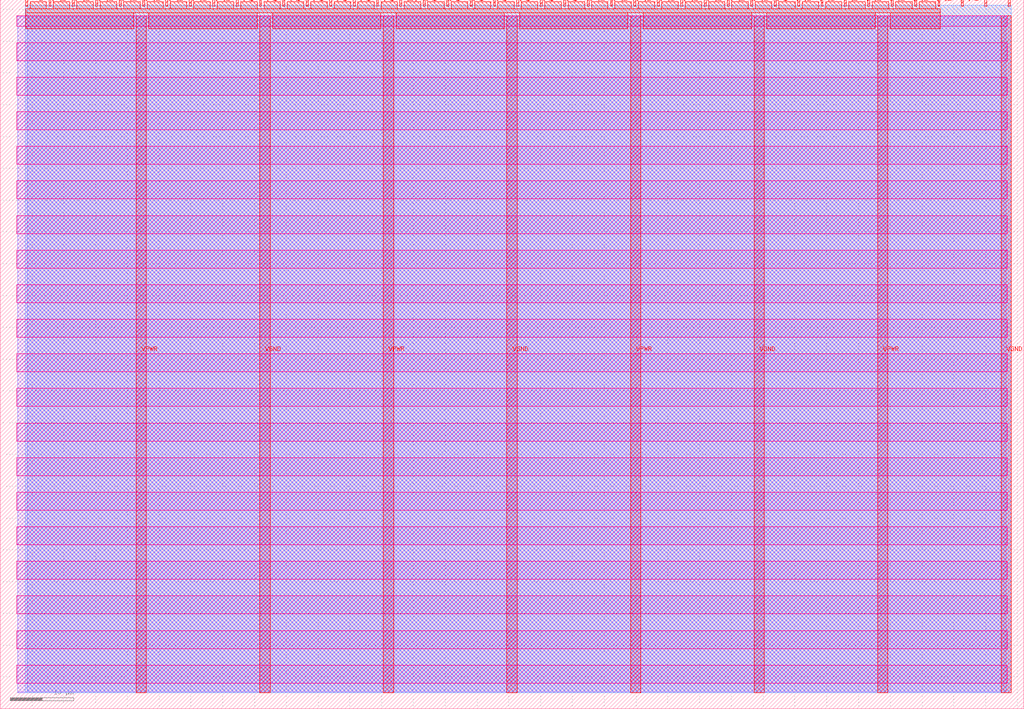
<source format=lef>
VERSION 5.7 ;
  NOWIREEXTENSIONATPIN ON ;
  DIVIDERCHAR "/" ;
  BUSBITCHARS "[]" ;
MACRO tt_um_fdc_chip
  CLASS BLOCK ;
  FOREIGN tt_um_fdc_chip ;
  ORIGIN 0.000 0.000 ;
  SIZE 161.000 BY 111.520 ;
  PIN VGND
    DIRECTION INOUT ;
    USE GROUND ;
    PORT
      LAYER met4 ;
        RECT 40.830 2.480 42.430 109.040 ;
    END
    PORT
      LAYER met4 ;
        RECT 79.700 2.480 81.300 109.040 ;
    END
    PORT
      LAYER met4 ;
        RECT 118.570 2.480 120.170 109.040 ;
    END
    PORT
      LAYER met4 ;
        RECT 157.440 2.480 159.040 109.040 ;
    END
  END VGND
  PIN VPWR
    DIRECTION INOUT ;
    USE POWER ;
    PORT
      LAYER met4 ;
        RECT 21.395 2.480 22.995 109.040 ;
    END
    PORT
      LAYER met4 ;
        RECT 60.265 2.480 61.865 109.040 ;
    END
    PORT
      LAYER met4 ;
        RECT 99.135 2.480 100.735 109.040 ;
    END
    PORT
      LAYER met4 ;
        RECT 138.005 2.480 139.605 109.040 ;
    END
  END VPWR
  PIN clk
    DIRECTION INPUT ;
    USE SIGNAL ;
    PORT
      LAYER met4 ;
        RECT 154.870 110.520 155.170 111.520 ;
    END
  END clk
  PIN ena
    DIRECTION INPUT ;
    USE SIGNAL ;
    PORT
      LAYER met4 ;
        RECT 158.550 110.520 158.850 111.520 ;
    END
  END ena
  PIN rst_n
    DIRECTION INPUT ;
    USE SIGNAL ;
    PORT
      LAYER met4 ;
        RECT 151.190 110.520 151.490 111.520 ;
    END
  END rst_n
  PIN ui_in[0]
    DIRECTION INPUT ;
    USE SIGNAL ;
    ANTENNAGATEAREA 0.213000 ;
    PORT
      LAYER met4 ;
        RECT 147.510 110.520 147.810 111.520 ;
    END
  END ui_in[0]
  PIN ui_in[1]
    DIRECTION INPUT ;
    USE SIGNAL ;
    ANTENNAGATEAREA 0.196500 ;
    PORT
      LAYER met4 ;
        RECT 143.830 110.520 144.130 111.520 ;
    END
  END ui_in[1]
  PIN ui_in[2]
    DIRECTION INPUT ;
    USE SIGNAL ;
    ANTENNAGATEAREA 0.196500 ;
    PORT
      LAYER met4 ;
        RECT 140.150 110.520 140.450 111.520 ;
    END
  END ui_in[2]
  PIN ui_in[3]
    DIRECTION INPUT ;
    USE SIGNAL ;
    ANTENNAGATEAREA 0.196500 ;
    PORT
      LAYER met4 ;
        RECT 136.470 110.520 136.770 111.520 ;
    END
  END ui_in[3]
  PIN ui_in[4]
    DIRECTION INPUT ;
    USE SIGNAL ;
    PORT
      LAYER met4 ;
        RECT 132.790 110.520 133.090 111.520 ;
    END
  END ui_in[4]
  PIN ui_in[5]
    DIRECTION INPUT ;
    USE SIGNAL ;
    PORT
      LAYER met4 ;
        RECT 129.110 110.520 129.410 111.520 ;
    END
  END ui_in[5]
  PIN ui_in[6]
    DIRECTION INPUT ;
    USE SIGNAL ;
    PORT
      LAYER met4 ;
        RECT 125.430 110.520 125.730 111.520 ;
    END
  END ui_in[6]
  PIN ui_in[7]
    DIRECTION INPUT ;
    USE SIGNAL ;
    PORT
      LAYER met4 ;
        RECT 121.750 110.520 122.050 111.520 ;
    END
  END ui_in[7]
  PIN uio_in[0]
    DIRECTION INPUT ;
    USE SIGNAL ;
    PORT
      LAYER met4 ;
        RECT 118.070 110.520 118.370 111.520 ;
    END
  END uio_in[0]
  PIN uio_in[1]
    DIRECTION INPUT ;
    USE SIGNAL ;
    PORT
      LAYER met4 ;
        RECT 114.390 110.520 114.690 111.520 ;
    END
  END uio_in[1]
  PIN uio_in[2]
    DIRECTION INPUT ;
    USE SIGNAL ;
    PORT
      LAYER met4 ;
        RECT 110.710 110.520 111.010 111.520 ;
    END
  END uio_in[2]
  PIN uio_in[3]
    DIRECTION INPUT ;
    USE SIGNAL ;
    PORT
      LAYER met4 ;
        RECT 107.030 110.520 107.330 111.520 ;
    END
  END uio_in[3]
  PIN uio_in[4]
    DIRECTION INPUT ;
    USE SIGNAL ;
    PORT
      LAYER met4 ;
        RECT 103.350 110.520 103.650 111.520 ;
    END
  END uio_in[4]
  PIN uio_in[5]
    DIRECTION INPUT ;
    USE SIGNAL ;
    PORT
      LAYER met4 ;
        RECT 99.670 110.520 99.970 111.520 ;
    END
  END uio_in[5]
  PIN uio_in[6]
    DIRECTION INPUT ;
    USE SIGNAL ;
    PORT
      LAYER met4 ;
        RECT 95.990 110.520 96.290 111.520 ;
    END
  END uio_in[6]
  PIN uio_in[7]
    DIRECTION INPUT ;
    USE SIGNAL ;
    PORT
      LAYER met4 ;
        RECT 92.310 110.520 92.610 111.520 ;
    END
  END uio_in[7]
  PIN uio_oe[0]
    DIRECTION OUTPUT TRISTATE ;
    USE SIGNAL ;
    PORT
      LAYER met4 ;
        RECT 29.750 110.520 30.050 111.520 ;
    END
  END uio_oe[0]
  PIN uio_oe[1]
    DIRECTION OUTPUT TRISTATE ;
    USE SIGNAL ;
    PORT
      LAYER met4 ;
        RECT 26.070 110.520 26.370 111.520 ;
    END
  END uio_oe[1]
  PIN uio_oe[2]
    DIRECTION OUTPUT TRISTATE ;
    USE SIGNAL ;
    PORT
      LAYER met4 ;
        RECT 22.390 110.520 22.690 111.520 ;
    END
  END uio_oe[2]
  PIN uio_oe[3]
    DIRECTION OUTPUT TRISTATE ;
    USE SIGNAL ;
    PORT
      LAYER met4 ;
        RECT 18.710 110.520 19.010 111.520 ;
    END
  END uio_oe[3]
  PIN uio_oe[4]
    DIRECTION OUTPUT TRISTATE ;
    USE SIGNAL ;
    PORT
      LAYER met4 ;
        RECT 15.030 110.520 15.330 111.520 ;
    END
  END uio_oe[4]
  PIN uio_oe[5]
    DIRECTION OUTPUT TRISTATE ;
    USE SIGNAL ;
    PORT
      LAYER met4 ;
        RECT 11.350 110.520 11.650 111.520 ;
    END
  END uio_oe[5]
  PIN uio_oe[6]
    DIRECTION OUTPUT TRISTATE ;
    USE SIGNAL ;
    PORT
      LAYER met4 ;
        RECT 7.670 110.520 7.970 111.520 ;
    END
  END uio_oe[6]
  PIN uio_oe[7]
    DIRECTION OUTPUT TRISTATE ;
    USE SIGNAL ;
    PORT
      LAYER met4 ;
        RECT 3.990 110.520 4.290 111.520 ;
    END
  END uio_oe[7]
  PIN uio_out[0]
    DIRECTION OUTPUT TRISTATE ;
    USE SIGNAL ;
    PORT
      LAYER met4 ;
        RECT 59.190 110.520 59.490 111.520 ;
    END
  END uio_out[0]
  PIN uio_out[1]
    DIRECTION OUTPUT TRISTATE ;
    USE SIGNAL ;
    PORT
      LAYER met4 ;
        RECT 55.510 110.520 55.810 111.520 ;
    END
  END uio_out[1]
  PIN uio_out[2]
    DIRECTION OUTPUT TRISTATE ;
    USE SIGNAL ;
    PORT
      LAYER met4 ;
        RECT 51.830 110.520 52.130 111.520 ;
    END
  END uio_out[2]
  PIN uio_out[3]
    DIRECTION OUTPUT TRISTATE ;
    USE SIGNAL ;
    PORT
      LAYER met4 ;
        RECT 48.150 110.520 48.450 111.520 ;
    END
  END uio_out[3]
  PIN uio_out[4]
    DIRECTION OUTPUT TRISTATE ;
    USE SIGNAL ;
    PORT
      LAYER met4 ;
        RECT 44.470 110.520 44.770 111.520 ;
    END
  END uio_out[4]
  PIN uio_out[5]
    DIRECTION OUTPUT TRISTATE ;
    USE SIGNAL ;
    PORT
      LAYER met4 ;
        RECT 40.790 110.520 41.090 111.520 ;
    END
  END uio_out[5]
  PIN uio_out[6]
    DIRECTION OUTPUT TRISTATE ;
    USE SIGNAL ;
    PORT
      LAYER met4 ;
        RECT 37.110 110.520 37.410 111.520 ;
    END
  END uio_out[6]
  PIN uio_out[7]
    DIRECTION OUTPUT TRISTATE ;
    USE SIGNAL ;
    PORT
      LAYER met4 ;
        RECT 33.430 110.520 33.730 111.520 ;
    END
  END uio_out[7]
  PIN uo_out[0]
    DIRECTION OUTPUT TRISTATE ;
    USE SIGNAL ;
    ANTENNADIFFAREA 0.891000 ;
    PORT
      LAYER met4 ;
        RECT 88.630 110.520 88.930 111.520 ;
    END
  END uo_out[0]
  PIN uo_out[1]
    DIRECTION OUTPUT TRISTATE ;
    USE SIGNAL ;
    ANTENNADIFFAREA 0.795200 ;
    PORT
      LAYER met4 ;
        RECT 84.950 110.520 85.250 111.520 ;
    END
  END uo_out[1]
  PIN uo_out[2]
    DIRECTION OUTPUT TRISTATE ;
    USE SIGNAL ;
    ANTENNADIFFAREA 0.445500 ;
    PORT
      LAYER met4 ;
        RECT 81.270 110.520 81.570 111.520 ;
    END
  END uo_out[2]
  PIN uo_out[3]
    DIRECTION OUTPUT TRISTATE ;
    USE SIGNAL ;
    ANTENNADIFFAREA 0.795200 ;
    PORT
      LAYER met4 ;
        RECT 77.590 110.520 77.890 111.520 ;
    END
  END uo_out[3]
  PIN uo_out[4]
    DIRECTION OUTPUT TRISTATE ;
    USE SIGNAL ;
    ANTENNADIFFAREA 0.795200 ;
    PORT
      LAYER met4 ;
        RECT 73.910 110.520 74.210 111.520 ;
    END
  END uo_out[4]
  PIN uo_out[5]
    DIRECTION OUTPUT TRISTATE ;
    USE SIGNAL ;
    PORT
      LAYER met4 ;
        RECT 70.230 110.520 70.530 111.520 ;
    END
  END uo_out[5]
  PIN uo_out[6]
    DIRECTION OUTPUT TRISTATE ;
    USE SIGNAL ;
    PORT
      LAYER met4 ;
        RECT 66.550 110.520 66.850 111.520 ;
    END
  END uo_out[6]
  PIN uo_out[7]
    DIRECTION OUTPUT TRISTATE ;
    USE SIGNAL ;
    PORT
      LAYER met4 ;
        RECT 62.870 110.520 63.170 111.520 ;
    END
  END uo_out[7]
  OBS
      LAYER nwell ;
        RECT 2.570 107.385 158.430 108.990 ;
        RECT 2.570 101.945 158.430 104.775 ;
        RECT 2.570 96.505 158.430 99.335 ;
        RECT 2.570 91.065 158.430 93.895 ;
        RECT 2.570 85.625 158.430 88.455 ;
        RECT 2.570 80.185 158.430 83.015 ;
        RECT 2.570 74.745 158.430 77.575 ;
        RECT 2.570 69.305 158.430 72.135 ;
        RECT 2.570 63.865 158.430 66.695 ;
        RECT 2.570 58.425 158.430 61.255 ;
        RECT 2.570 52.985 158.430 55.815 ;
        RECT 2.570 47.545 158.430 50.375 ;
        RECT 2.570 42.105 158.430 44.935 ;
        RECT 2.570 36.665 158.430 39.495 ;
        RECT 2.570 31.225 158.430 34.055 ;
        RECT 2.570 25.785 158.430 28.615 ;
        RECT 2.570 20.345 158.430 23.175 ;
        RECT 2.570 14.905 158.430 17.735 ;
        RECT 2.570 9.465 158.430 12.295 ;
        RECT 2.570 4.025 158.430 6.855 ;
      LAYER li1 ;
        RECT 2.760 2.635 158.240 108.885 ;
      LAYER met1 ;
        RECT 2.760 2.480 159.040 109.040 ;
      LAYER met2 ;
        RECT 4.230 2.535 159.010 110.685 ;
      LAYER met3 ;
        RECT 3.950 2.555 159.030 110.665 ;
      LAYER met4 ;
        RECT 4.690 110.120 7.270 111.170 ;
        RECT 8.370 110.120 10.950 111.170 ;
        RECT 12.050 110.120 14.630 111.170 ;
        RECT 15.730 110.120 18.310 111.170 ;
        RECT 19.410 110.120 21.990 111.170 ;
        RECT 23.090 110.120 25.670 111.170 ;
        RECT 26.770 110.120 29.350 111.170 ;
        RECT 30.450 110.120 33.030 111.170 ;
        RECT 34.130 110.120 36.710 111.170 ;
        RECT 37.810 110.120 40.390 111.170 ;
        RECT 41.490 110.120 44.070 111.170 ;
        RECT 45.170 110.120 47.750 111.170 ;
        RECT 48.850 110.120 51.430 111.170 ;
        RECT 52.530 110.120 55.110 111.170 ;
        RECT 56.210 110.120 58.790 111.170 ;
        RECT 59.890 110.120 62.470 111.170 ;
        RECT 63.570 110.120 66.150 111.170 ;
        RECT 67.250 110.120 69.830 111.170 ;
        RECT 70.930 110.120 73.510 111.170 ;
        RECT 74.610 110.120 77.190 111.170 ;
        RECT 78.290 110.120 80.870 111.170 ;
        RECT 81.970 110.120 84.550 111.170 ;
        RECT 85.650 110.120 88.230 111.170 ;
        RECT 89.330 110.120 91.910 111.170 ;
        RECT 93.010 110.120 95.590 111.170 ;
        RECT 96.690 110.120 99.270 111.170 ;
        RECT 100.370 110.120 102.950 111.170 ;
        RECT 104.050 110.120 106.630 111.170 ;
        RECT 107.730 110.120 110.310 111.170 ;
        RECT 111.410 110.120 113.990 111.170 ;
        RECT 115.090 110.120 117.670 111.170 ;
        RECT 118.770 110.120 121.350 111.170 ;
        RECT 122.450 110.120 125.030 111.170 ;
        RECT 126.130 110.120 128.710 111.170 ;
        RECT 129.810 110.120 132.390 111.170 ;
        RECT 133.490 110.120 136.070 111.170 ;
        RECT 137.170 110.120 139.750 111.170 ;
        RECT 140.850 110.120 143.430 111.170 ;
        RECT 144.530 110.120 147.110 111.170 ;
        RECT 3.975 109.440 147.825 110.120 ;
        RECT 3.975 106.950 20.995 109.440 ;
        RECT 23.395 106.950 40.430 109.440 ;
        RECT 42.830 106.950 59.865 109.440 ;
        RECT 62.265 106.950 79.300 109.440 ;
        RECT 81.700 106.950 98.735 109.440 ;
        RECT 101.135 106.950 118.170 109.440 ;
        RECT 120.570 106.950 137.605 109.440 ;
        RECT 140.005 106.950 147.825 109.440 ;
  END
END tt_um_fdc_chip
END LIBRARY


</source>
